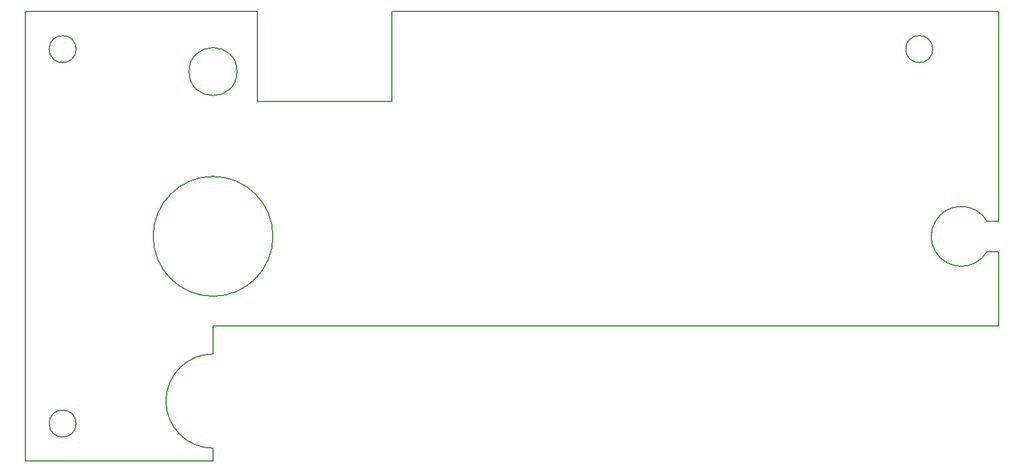
<source format=gbr>
%TF.GenerationSoftware,KiCad,Pcbnew,5.1.6-c6e7f7d~87~ubuntu20.04.1*%
%TF.CreationDate,2022-03-26T17:46:20+01:00*%
%TF.ProjectId,acrylic,61637279-6c69-4632-9e6b-696361645f70,rev?*%
%TF.SameCoordinates,PX8866cc8PY730a9b0*%
%TF.FileFunction,Profile,NP*%
%FSLAX46Y46*%
G04 Gerber Fmt 4.6, Leading zero omitted, Abs format (unit mm)*
G04 Created by KiCad (PCBNEW 5.1.6-c6e7f7d~87~ubuntu20.04.1) date 2022-03-26 17:46:20*
%MOMM*%
%LPD*%
G01*
G04 APERTURE LIST*
%TA.AperFunction,Profile*%
%ADD10C,0.200000*%
%TD*%
G04 APERTURE END LIST*
D10*
X114504718Y17873921D02*
X130194719Y17873921D01*
X6994720Y4873920D02*
G75*
G03*
X6994720Y4873920I-1800000J0D01*
G01*
X128646640Y27852970D02*
X130194719Y27852970D01*
X33287695Y29873920D02*
G75*
G03*
X33287695Y29873920I-8000000J0D01*
G01*
X31194720Y59873920D02*
X31194720Y47873920D01*
X121384719Y54873920D02*
G75*
G03*
X121384719Y54873920I-1800000J0D01*
G01*
X28487695Y51873920D02*
G75*
G03*
X28487695Y51873920I-3200000J0D01*
G01*
X130194719Y31894870D02*
X128646640Y31894870D01*
X25287695Y17873921D02*
X73287694Y17873921D01*
X130194719Y27852970D02*
X130194719Y17873921D01*
X25287695Y1584430D02*
X25287695Y-126080D01*
X6994719Y54873920D02*
G75*
G03*
X6994719Y54873920I-1800000J0D01*
G01*
X130194719Y59873920D02*
X130194719Y31894870D01*
X31194720Y59873920D02*
X194720Y59873920D01*
X73287694Y17873921D02*
X114504718Y17873921D01*
X25287695Y-126080D02*
X194720Y-126080D01*
X25287695Y1584429D02*
G75*
G02*
X25287695Y14163411I0J6289491D01*
G01*
X49194720Y59873920D02*
X130194719Y59873920D01*
X25287695Y14163411D02*
X25287695Y17873921D01*
X194720Y-126080D02*
X194720Y59873920D01*
X31194720Y47873920D02*
X49194720Y47873920D01*
X128646640Y27852969D02*
G75*
G02*
X125194719Y33873920I-3451921J2020951D01*
G01*
X125194720Y33873920D02*
G75*
G02*
X128646640Y31894870I-1J-4000000D01*
G01*
X49194720Y47873920D02*
X49194720Y59873920D01*
M02*

</source>
